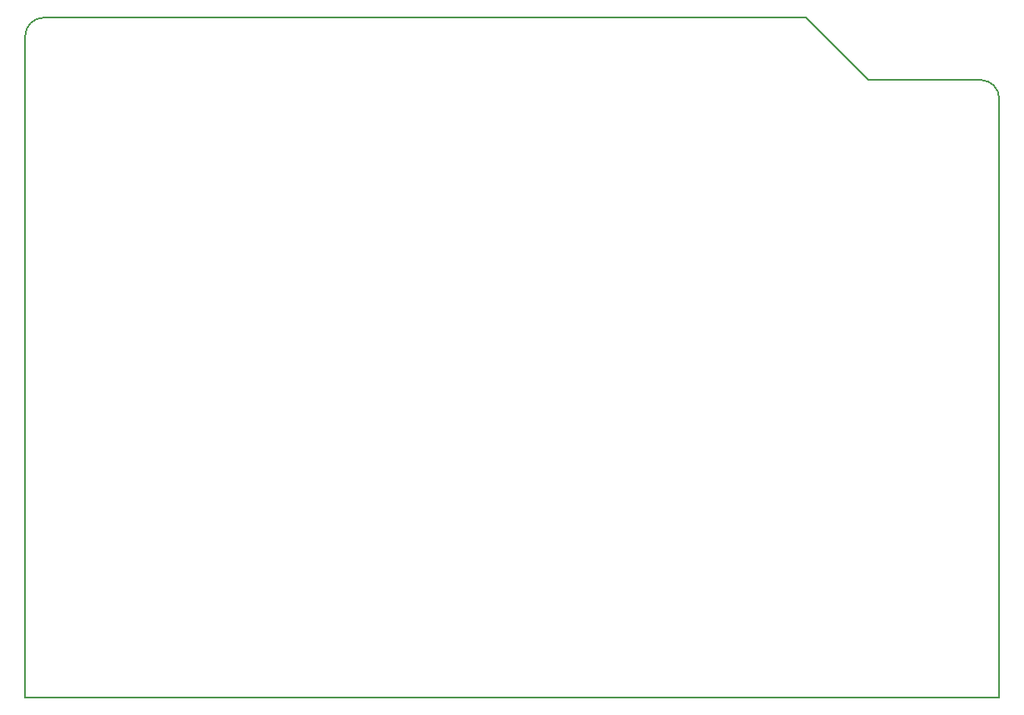
<source format=gm1>
G04 #@! TF.FileFunction,Profile,NP*
%FSLAX46Y46*%
G04 Gerber Fmt 4.6, Leading zero omitted, Abs format (unit mm)*
G04 Created by KiCad (PCBNEW 4.0.7) date 02/13/19 20:33:04*
%MOMM*%
%LPD*%
G01*
G04 APERTURE LIST*
%ADD10C,0.100000*%
%ADD11C,0.150000*%
G04 APERTURE END LIST*
D10*
D11*
X151765000Y-83185000D02*
X151765000Y-144145000D01*
X132080000Y-74930000D02*
X54610000Y-74930000D01*
X138430000Y-81280000D02*
X149860000Y-81280000D01*
X132080000Y-74930000D02*
X138430000Y-81280000D01*
X52705000Y-144145000D02*
X52705000Y-76835000D01*
X151765000Y-83185000D02*
G75*
G03X149860000Y-81280000I-1905000J0D01*
G01*
X54610000Y-74930000D02*
G75*
G03X52705000Y-76835000I0J-1905000D01*
G01*
X151765000Y-144145000D02*
X52705000Y-144145000D01*
M02*

</source>
